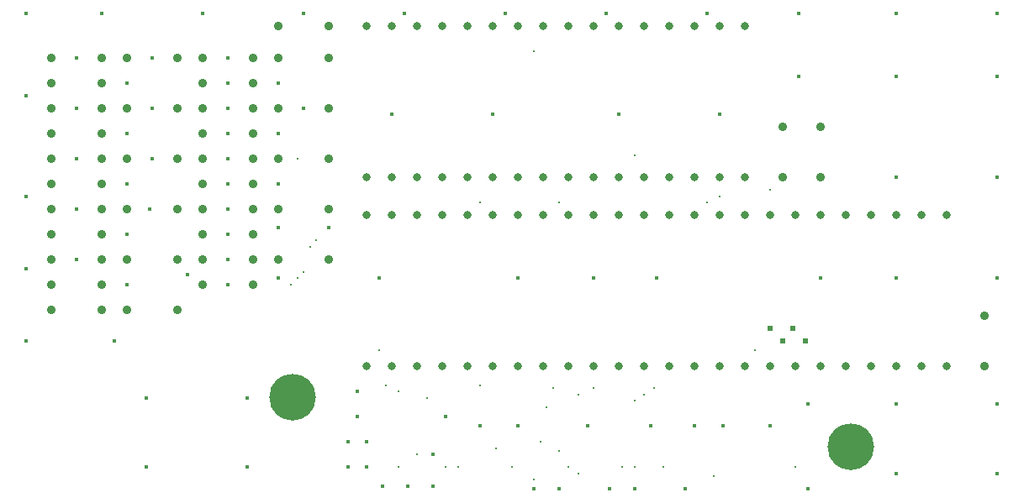
<source format=gbr>
G04 DesignSpark PCB PRO Gerber Version 10.0 Build 5299*
G04 #@! TF.Part,Single*
G04 #@! TF.FilePolarity,Positive*
%FSLAX35Y35*%
%MOIN*%
G04 #@! TA.AperFunction,ViaDrill*
%ADD73C,0.01181*%
%ADD75C,0.01600*%
%ADD74C,0.02400*%
G04 #@! TA.AperFunction,ComponentDrill*
%ADD84C,0.03150*%
%ADD83C,0.03500*%
G04 #@! TA.AperFunction,MechanicalDrill*
%ADD77C,0.18504*%
G04 #@! TD.AperFunction*
X0Y0D02*
D02*
D73*
X125250Y137152D03*
X127750Y139652D03*
Y187152D03*
X130250Y142152D03*
X132750Y152152D03*
X135250Y154652D03*
X160250Y110902D03*
X162750Y97152D03*
X167750Y64652D03*
Y94652D03*
X175250Y69652D03*
X179000Y92152D03*
X186500Y64652D03*
X191500D03*
X200250Y97152D03*
Y169652D03*
X206500Y72152D03*
X212750Y64652D03*
X221500Y59652D03*
Y229652D03*
X224000Y74652D03*
X226485Y88402D03*
X229000Y95902D03*
X231500Y70902D03*
Y169652D03*
X235250Y64652D03*
X239000Y62152D03*
Y93402D03*
X245250Y95902D03*
X256500Y64652D03*
X261500D03*
Y90902D03*
Y188402D03*
X265250Y93402D03*
X269000Y95902D03*
X272750Y64652D03*
X290250Y169652D03*
X292750Y60902D03*
X295250Y172152D03*
X309000Y110902D03*
X315250Y174652D03*
X325250Y64652D03*
D02*
D74*
X315250Y119652D03*
X320250Y114652D03*
X324000Y119652D03*
X329000Y114652D03*
D02*
D75*
X20250D03*
Y143402D03*
Y172152D03*
Y212152D03*
Y244652D03*
X40250Y147152D03*
Y167152D03*
Y187152D03*
Y207152D03*
Y227152D03*
X50250Y244652D03*
X55250Y114652D03*
X60250Y137152D03*
Y157152D03*
Y177152D03*
Y197152D03*
Y217152D03*
X67750Y64652D03*
Y92152D03*
X69000Y167152D03*
X70250Y187152D03*
Y207152D03*
Y227152D03*
X84000Y140902D03*
X90250Y244652D03*
X100250Y137152D03*
Y147152D03*
Y157152D03*
Y167152D03*
Y177152D03*
Y187152D03*
Y197152D03*
Y207152D03*
Y217152D03*
Y227152D03*
X107750Y64652D03*
Y92152D03*
X120250Y139652D03*
Y159652D03*
Y177152D03*
Y197152D03*
Y217152D03*
X130250Y207152D03*
Y244652D03*
X140250Y159652D03*
X147750Y64652D03*
Y74652D03*
X151500Y84652D03*
Y94652D03*
X155250Y64652D03*
Y74652D03*
X160250Y139652D03*
X161500Y57152D03*
X165250Y204652D03*
X170250Y244652D03*
X171500Y57152D03*
X181500D03*
Y69652D03*
X186500Y84652D03*
X200250Y80902D03*
X205250Y204652D03*
X210250Y244652D03*
X215250Y80902D03*
Y139652D03*
X221500Y55902D03*
X231500D03*
X242750Y80902D03*
X245250Y139652D03*
X250250Y244652D03*
X251500Y55902D03*
X255250Y204652D03*
X261500Y55902D03*
X267750Y80902D03*
X270250Y139652D03*
X281500Y55902D03*
X285250Y80902D03*
X290250Y244652D03*
X295250Y204652D03*
X296500Y80902D03*
X315250D03*
X326500Y219652D03*
Y244652D03*
X330250Y55902D03*
Y89652D03*
X335250Y139652D03*
X365250Y62152D03*
Y89652D03*
Y139652D03*
Y179652D03*
Y219652D03*
Y244652D03*
X405250Y62152D03*
Y89652D03*
Y139652D03*
Y179652D03*
Y219652D03*
Y244652D03*
D02*
D77*
X125933Y92246D03*
X347036Y72561D03*
D02*
D83*
X30250Y127152D03*
Y137152D03*
Y147152D03*
Y157152D03*
Y167152D03*
Y177152D03*
Y187152D03*
Y197152D03*
Y207152D03*
Y217152D03*
Y227152D03*
X50250Y127152D03*
Y137152D03*
Y147152D03*
Y157152D03*
Y167152D03*
Y177152D03*
Y187152D03*
Y197152D03*
Y207152D03*
Y217152D03*
Y227152D03*
X60250Y127152D03*
Y147152D03*
Y167152D03*
Y187152D03*
Y207152D03*
Y227152D03*
X80250Y127152D03*
Y147152D03*
Y167152D03*
Y187152D03*
Y207152D03*
Y227152D03*
X90250Y137152D03*
Y147152D03*
Y157152D03*
Y167152D03*
Y177152D03*
Y187152D03*
Y197152D03*
Y207152D03*
Y217152D03*
Y227152D03*
X110250Y137152D03*
Y147152D03*
Y157152D03*
Y167152D03*
Y177152D03*
Y187152D03*
Y197152D03*
Y207152D03*
Y217152D03*
Y227152D03*
X120250Y147152D03*
Y167152D03*
Y187152D03*
Y207152D03*
Y227152D03*
Y239652D03*
X140250Y147152D03*
Y167152D03*
Y187152D03*
Y207152D03*
Y227152D03*
Y239652D03*
X320250Y179652D03*
Y199652D03*
X335250Y179652D03*
Y199652D03*
X400250Y104652D03*
Y124652D03*
D02*
D84*
X155250Y104652D03*
Y164652D03*
Y179652D03*
Y239652D03*
X165250Y104652D03*
Y164652D03*
Y179652D03*
Y239652D03*
X175250Y104652D03*
Y164652D03*
Y179652D03*
Y239652D03*
X185250Y104652D03*
Y164652D03*
Y179652D03*
Y239652D03*
X195250Y104652D03*
Y164652D03*
Y179652D03*
Y239652D03*
X205250Y104652D03*
Y164652D03*
Y179652D03*
Y239652D03*
X215250Y104652D03*
Y164652D03*
Y179652D03*
Y239652D03*
X225250Y104652D03*
Y164652D03*
Y179652D03*
Y239652D03*
X235250Y104652D03*
Y164652D03*
Y179652D03*
Y239652D03*
X245250Y104652D03*
Y164652D03*
Y179652D03*
Y239652D03*
X255250Y104652D03*
Y164652D03*
Y179652D03*
Y239652D03*
X265250Y104652D03*
Y164652D03*
Y179652D03*
Y239652D03*
X275250Y104652D03*
Y164652D03*
Y179652D03*
Y239652D03*
X285250Y104652D03*
Y164652D03*
Y179652D03*
Y239652D03*
X295250Y104652D03*
Y164652D03*
Y179652D03*
Y239652D03*
X305250Y104652D03*
Y164652D03*
Y179652D03*
Y239652D03*
X315250Y104652D03*
Y164652D03*
X325250Y104652D03*
Y164652D03*
X335250Y104652D03*
Y164652D03*
X345250Y104652D03*
Y164652D03*
X355250Y104652D03*
Y164652D03*
X365250Y104652D03*
Y164652D03*
X375250Y104652D03*
Y164652D03*
X385250Y104652D03*
Y164652D03*
X0Y0D02*
M02*

</source>
